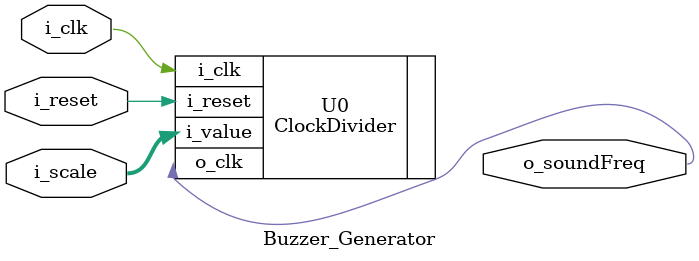
<source format=v>
`timescale 1ns / 1ps


module Buzzer_Generator(
   input i_clk,
    input i_reset,
    input [9:0] i_scale,
    output o_soundFreq
    );

    ClockDivider U0(
        .i_clk(i_clk),
        .i_reset(i_reset),
        .i_value(i_scale),
        .o_clk(o_soundFreq)
    );
endmodule
</source>
